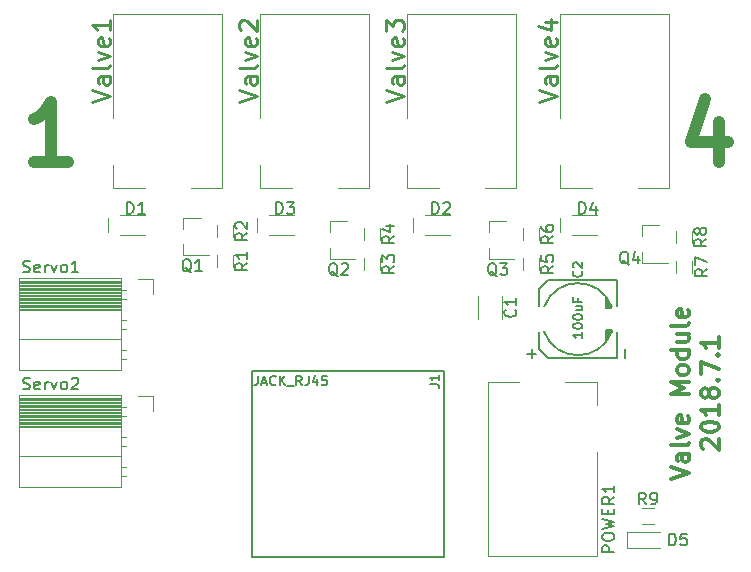
<source format=gbr>
G04 #@! TF.FileFunction,Legend,Top*
%FSLAX46Y46*%
G04 Gerber Fmt 4.6, Leading zero omitted, Abs format (unit mm)*
G04 Created by KiCad (PCBNEW 4.0.7) date 06/27/18 16:09:00*
%MOMM*%
%LPD*%
G01*
G04 APERTURE LIST*
%ADD10C,0.100000*%
%ADD11C,1.016000*%
%ADD12C,0.300000*%
%ADD13C,0.120000*%
%ADD14C,0.149860*%
%ADD15C,0.150000*%
%ADD16C,0.254000*%
G04 APERTURE END LIST*
D10*
D11*
X84787620Y-34471429D02*
X84787620Y-37858095D01*
X83578096Y-32536190D02*
X82368572Y-36164762D01*
X85513334Y-36164762D01*
X29645429Y-37858095D02*
X26742572Y-37858095D01*
X28194001Y-37858095D02*
X28194001Y-32778095D01*
X27710191Y-33503810D01*
X27226382Y-33987619D01*
X26742572Y-34229524D01*
D12*
X80707571Y-64689714D02*
X82207571Y-64189714D01*
X80707571Y-63689714D01*
X82207571Y-62546857D02*
X81421857Y-62546857D01*
X81279000Y-62618286D01*
X81207571Y-62761143D01*
X81207571Y-63046857D01*
X81279000Y-63189714D01*
X82136143Y-62546857D02*
X82207571Y-62689714D01*
X82207571Y-63046857D01*
X82136143Y-63189714D01*
X81993286Y-63261143D01*
X81850429Y-63261143D01*
X81707571Y-63189714D01*
X81636143Y-63046857D01*
X81636143Y-62689714D01*
X81564714Y-62546857D01*
X82207571Y-61618285D02*
X82136143Y-61761143D01*
X81993286Y-61832571D01*
X80707571Y-61832571D01*
X81207571Y-61189714D02*
X82207571Y-60832571D01*
X81207571Y-60475429D01*
X82136143Y-59332572D02*
X82207571Y-59475429D01*
X82207571Y-59761143D01*
X82136143Y-59904000D01*
X81993286Y-59975429D01*
X81421857Y-59975429D01*
X81279000Y-59904000D01*
X81207571Y-59761143D01*
X81207571Y-59475429D01*
X81279000Y-59332572D01*
X81421857Y-59261143D01*
X81564714Y-59261143D01*
X81707571Y-59975429D01*
X82207571Y-57475429D02*
X80707571Y-57475429D01*
X81779000Y-56975429D01*
X80707571Y-56475429D01*
X82207571Y-56475429D01*
X82207571Y-55546857D02*
X82136143Y-55689715D01*
X82064714Y-55761143D01*
X81921857Y-55832572D01*
X81493286Y-55832572D01*
X81350429Y-55761143D01*
X81279000Y-55689715D01*
X81207571Y-55546857D01*
X81207571Y-55332572D01*
X81279000Y-55189715D01*
X81350429Y-55118286D01*
X81493286Y-55046857D01*
X81921857Y-55046857D01*
X82064714Y-55118286D01*
X82136143Y-55189715D01*
X82207571Y-55332572D01*
X82207571Y-55546857D01*
X82207571Y-53761143D02*
X80707571Y-53761143D01*
X82136143Y-53761143D02*
X82207571Y-53904000D01*
X82207571Y-54189714D01*
X82136143Y-54332572D01*
X82064714Y-54404000D01*
X81921857Y-54475429D01*
X81493286Y-54475429D01*
X81350429Y-54404000D01*
X81279000Y-54332572D01*
X81207571Y-54189714D01*
X81207571Y-53904000D01*
X81279000Y-53761143D01*
X81207571Y-52404000D02*
X82207571Y-52404000D01*
X81207571Y-53046857D02*
X81993286Y-53046857D01*
X82136143Y-52975429D01*
X82207571Y-52832571D01*
X82207571Y-52618286D01*
X82136143Y-52475429D01*
X82064714Y-52404000D01*
X82207571Y-51475428D02*
X82136143Y-51618286D01*
X81993286Y-51689714D01*
X80707571Y-51689714D01*
X82136143Y-50332572D02*
X82207571Y-50475429D01*
X82207571Y-50761143D01*
X82136143Y-50904000D01*
X81993286Y-50975429D01*
X81421857Y-50975429D01*
X81279000Y-50904000D01*
X81207571Y-50761143D01*
X81207571Y-50475429D01*
X81279000Y-50332572D01*
X81421857Y-50261143D01*
X81564714Y-50261143D01*
X81707571Y-50975429D01*
X83400429Y-62118285D02*
X83329000Y-62046856D01*
X83257571Y-61903999D01*
X83257571Y-61546856D01*
X83329000Y-61403999D01*
X83400429Y-61332570D01*
X83543286Y-61261142D01*
X83686143Y-61261142D01*
X83900429Y-61332570D01*
X84757571Y-62189713D01*
X84757571Y-61261142D01*
X83257571Y-60332571D02*
X83257571Y-60189714D01*
X83329000Y-60046857D01*
X83400429Y-59975428D01*
X83543286Y-59903999D01*
X83829000Y-59832571D01*
X84186143Y-59832571D01*
X84471857Y-59903999D01*
X84614714Y-59975428D01*
X84686143Y-60046857D01*
X84757571Y-60189714D01*
X84757571Y-60332571D01*
X84686143Y-60475428D01*
X84614714Y-60546857D01*
X84471857Y-60618285D01*
X84186143Y-60689714D01*
X83829000Y-60689714D01*
X83543286Y-60618285D01*
X83400429Y-60546857D01*
X83329000Y-60475428D01*
X83257571Y-60332571D01*
X84757571Y-58404000D02*
X84757571Y-59261143D01*
X84757571Y-58832571D02*
X83257571Y-58832571D01*
X83471857Y-58975428D01*
X83614714Y-59118286D01*
X83686143Y-59261143D01*
X83900429Y-57546857D02*
X83829000Y-57689715D01*
X83757571Y-57761143D01*
X83614714Y-57832572D01*
X83543286Y-57832572D01*
X83400429Y-57761143D01*
X83329000Y-57689715D01*
X83257571Y-57546857D01*
X83257571Y-57261143D01*
X83329000Y-57118286D01*
X83400429Y-57046857D01*
X83543286Y-56975429D01*
X83614714Y-56975429D01*
X83757571Y-57046857D01*
X83829000Y-57118286D01*
X83900429Y-57261143D01*
X83900429Y-57546857D01*
X83971857Y-57689715D01*
X84043286Y-57761143D01*
X84186143Y-57832572D01*
X84471857Y-57832572D01*
X84614714Y-57761143D01*
X84686143Y-57689715D01*
X84757571Y-57546857D01*
X84757571Y-57261143D01*
X84686143Y-57118286D01*
X84614714Y-57046857D01*
X84471857Y-56975429D01*
X84186143Y-56975429D01*
X84043286Y-57046857D01*
X83971857Y-57118286D01*
X83900429Y-57261143D01*
X84614714Y-56332572D02*
X84686143Y-56261144D01*
X84757571Y-56332572D01*
X84686143Y-56404001D01*
X84614714Y-56332572D01*
X84757571Y-56332572D01*
X83257571Y-55761143D02*
X83257571Y-54761143D01*
X84757571Y-55404000D01*
X84614714Y-54189715D02*
X84686143Y-54118287D01*
X84757571Y-54189715D01*
X84686143Y-54261144D01*
X84614714Y-54189715D01*
X84757571Y-54189715D01*
X84757571Y-52689715D02*
X84757571Y-53546858D01*
X84757571Y-53118286D02*
X83257571Y-53118286D01*
X83471857Y-53261143D01*
X83614714Y-53404001D01*
X83686143Y-53546858D01*
D13*
X66425000Y-51165000D02*
X66425000Y-49165000D01*
X64385000Y-49165000D02*
X64385000Y-51165000D01*
D14*
X75692000Y-52197000D02*
X75692000Y-52070000D01*
X75666600Y-50190400D02*
X75666600Y-50088800D01*
X75668682Y-50068967D02*
G75*
G03X69977000Y-50063400I-2846882J-1061233D01*
G01*
X69955749Y-52208096D02*
G75*
G03X75692000Y-52197000I2866051J1077896D01*
G01*
X75615800Y-49961800D02*
X75615800Y-50190400D01*
X75488800Y-49707800D02*
X75488800Y-50190400D01*
X75361800Y-49504600D02*
X75361800Y-50190400D01*
X75234800Y-49326800D02*
X75234800Y-50190400D01*
X75234800Y-50190400D02*
X75666600Y-50190400D01*
X75234800Y-52070000D02*
X75692000Y-52070000D01*
X75615800Y-52349400D02*
X75615800Y-52070000D01*
X75488800Y-52603400D02*
X75488800Y-52070000D01*
X75361800Y-52806600D02*
X75361800Y-52070000D01*
X75234800Y-52984400D02*
X75234800Y-52070000D01*
X76123800Y-54432200D02*
X76123800Y-52247800D01*
X76123800Y-47828200D02*
X76123800Y-50012600D01*
X69519800Y-53670200D02*
X69519800Y-52247800D01*
X69519800Y-49987200D02*
X69519800Y-48590200D01*
X76784200Y-54432200D02*
X76784200Y-53670200D01*
X76123800Y-47828200D02*
X70281800Y-47828200D01*
X70281800Y-47828200D02*
X69519800Y-48590200D01*
X69519800Y-53670200D02*
X70281800Y-54432200D01*
X70281800Y-54432200D02*
X76123800Y-54432200D01*
X68554600Y-54076600D02*
X69316600Y-54076600D01*
X68935600Y-54432200D02*
X68935600Y-53670200D01*
D13*
X33064000Y-42610000D02*
X33064000Y-43750000D01*
X34080000Y-44004000D02*
X36180000Y-44004000D01*
X34080000Y-42356000D02*
X36180000Y-42356000D01*
X58898000Y-42610000D02*
X58898000Y-43750000D01*
X59914000Y-44004000D02*
X62014000Y-44004000D01*
X59914000Y-42356000D02*
X62014000Y-42356000D01*
X45690000Y-42610000D02*
X45690000Y-43750000D01*
X46706000Y-44004000D02*
X48806000Y-44004000D01*
X46706000Y-42356000D02*
X48806000Y-42356000D01*
X71344000Y-42610000D02*
X71344000Y-43750000D01*
X72360000Y-44004000D02*
X74460000Y-44004000D01*
X72360000Y-42356000D02*
X74460000Y-42356000D01*
D14*
X45210000Y-71320000D02*
X45210000Y-55570000D01*
X45210000Y-55570000D02*
X61470000Y-55570000D01*
X61470000Y-55570000D02*
X61470000Y-71320000D01*
X61470000Y-71320000D02*
X45210000Y-71320000D01*
D13*
X34100000Y-47692000D02*
X34100000Y-50292000D01*
X34100000Y-50292000D02*
X25470000Y-50292000D01*
X25470000Y-50292000D02*
X25470000Y-47692000D01*
X25470000Y-47692000D02*
X34100000Y-47692000D01*
X34530000Y-48642000D02*
X34100000Y-48642000D01*
X34530000Y-49402000D02*
X34100000Y-49402000D01*
X34100000Y-47872000D02*
X25470000Y-47872000D01*
X34100000Y-47992000D02*
X25470000Y-47992000D01*
X34100000Y-48112000D02*
X25470000Y-48112000D01*
X34100000Y-48232000D02*
X25470000Y-48232000D01*
X34100000Y-48352000D02*
X25470000Y-48352000D01*
X34100000Y-48472000D02*
X25470000Y-48472000D01*
X34100000Y-48592000D02*
X25470000Y-48592000D01*
X34100000Y-48712000D02*
X25470000Y-48712000D01*
X34100000Y-48832000D02*
X25470000Y-48832000D01*
X34100000Y-48952000D02*
X25470000Y-48952000D01*
X34100000Y-49072000D02*
X25470000Y-49072000D01*
X34100000Y-49192000D02*
X25470000Y-49192000D01*
X34100000Y-49312000D02*
X25470000Y-49312000D01*
X34100000Y-49432000D02*
X25470000Y-49432000D01*
X34100000Y-49552000D02*
X25470000Y-49552000D01*
X34100000Y-49672000D02*
X25470000Y-49672000D01*
X34100000Y-49792000D02*
X25470000Y-49792000D01*
X34100000Y-49912000D02*
X25470000Y-49912000D01*
X34100000Y-50032000D02*
X25470000Y-50032000D01*
X34100000Y-50152000D02*
X25470000Y-50152000D01*
X34100000Y-50272000D02*
X25470000Y-50272000D01*
X34100000Y-50392000D02*
X25470000Y-50392000D01*
X34100000Y-50292000D02*
X34100000Y-52832000D01*
X34100000Y-52832000D02*
X25470000Y-52832000D01*
X25470000Y-52832000D02*
X25470000Y-50292000D01*
X25470000Y-50292000D02*
X34100000Y-50292000D01*
X34530000Y-51182000D02*
X34100000Y-51182000D01*
X34530000Y-51942000D02*
X34100000Y-51942000D01*
X34100000Y-52832000D02*
X34100000Y-55432000D01*
X34100000Y-55432000D02*
X25470000Y-55432000D01*
X25470000Y-55432000D02*
X25470000Y-52832000D01*
X25470000Y-52832000D02*
X34100000Y-52832000D01*
X34530000Y-53722000D02*
X34100000Y-53722000D01*
X34530000Y-54482000D02*
X34100000Y-54482000D01*
X35560000Y-47752000D02*
X36830000Y-47752000D01*
X36830000Y-47752000D02*
X36830000Y-49022000D01*
X34100000Y-57598000D02*
X34100000Y-60198000D01*
X34100000Y-60198000D02*
X25470000Y-60198000D01*
X25470000Y-60198000D02*
X25470000Y-57598000D01*
X25470000Y-57598000D02*
X34100000Y-57598000D01*
X34530000Y-58548000D02*
X34100000Y-58548000D01*
X34530000Y-59308000D02*
X34100000Y-59308000D01*
X34100000Y-57778000D02*
X25470000Y-57778000D01*
X34100000Y-57898000D02*
X25470000Y-57898000D01*
X34100000Y-58018000D02*
X25470000Y-58018000D01*
X34100000Y-58138000D02*
X25470000Y-58138000D01*
X34100000Y-58258000D02*
X25470000Y-58258000D01*
X34100000Y-58378000D02*
X25470000Y-58378000D01*
X34100000Y-58498000D02*
X25470000Y-58498000D01*
X34100000Y-58618000D02*
X25470000Y-58618000D01*
X34100000Y-58738000D02*
X25470000Y-58738000D01*
X34100000Y-58858000D02*
X25470000Y-58858000D01*
X34100000Y-58978000D02*
X25470000Y-58978000D01*
X34100000Y-59098000D02*
X25470000Y-59098000D01*
X34100000Y-59218000D02*
X25470000Y-59218000D01*
X34100000Y-59338000D02*
X25470000Y-59338000D01*
X34100000Y-59458000D02*
X25470000Y-59458000D01*
X34100000Y-59578000D02*
X25470000Y-59578000D01*
X34100000Y-59698000D02*
X25470000Y-59698000D01*
X34100000Y-59818000D02*
X25470000Y-59818000D01*
X34100000Y-59938000D02*
X25470000Y-59938000D01*
X34100000Y-60058000D02*
X25470000Y-60058000D01*
X34100000Y-60178000D02*
X25470000Y-60178000D01*
X34100000Y-60298000D02*
X25470000Y-60298000D01*
X34100000Y-60198000D02*
X34100000Y-62738000D01*
X34100000Y-62738000D02*
X25470000Y-62738000D01*
X25470000Y-62738000D02*
X25470000Y-60198000D01*
X25470000Y-60198000D02*
X34100000Y-60198000D01*
X34530000Y-61088000D02*
X34100000Y-61088000D01*
X34530000Y-61848000D02*
X34100000Y-61848000D01*
X34100000Y-62738000D02*
X34100000Y-65338000D01*
X34100000Y-65338000D02*
X25470000Y-65338000D01*
X25470000Y-65338000D02*
X25470000Y-62738000D01*
X25470000Y-62738000D02*
X34100000Y-62738000D01*
X34530000Y-63628000D02*
X34100000Y-63628000D01*
X34530000Y-64388000D02*
X34100000Y-64388000D01*
X35560000Y-57658000D02*
X36830000Y-57658000D01*
X36830000Y-57658000D02*
X36830000Y-58928000D01*
X39420000Y-42550000D02*
X39420000Y-43480000D01*
X39420000Y-45710000D02*
X39420000Y-44780000D01*
X39420000Y-45710000D02*
X41580000Y-45710000D01*
X39420000Y-42550000D02*
X40880000Y-42550000D01*
X51818000Y-42870000D02*
X51818000Y-43800000D01*
X51818000Y-46030000D02*
X51818000Y-45100000D01*
X51818000Y-46030000D02*
X53978000Y-46030000D01*
X51818000Y-42870000D02*
X53278000Y-42870000D01*
X65280000Y-42870000D02*
X65280000Y-43800000D01*
X65280000Y-46030000D02*
X65280000Y-45100000D01*
X65280000Y-46030000D02*
X67440000Y-46030000D01*
X65280000Y-42870000D02*
X66740000Y-42870000D01*
X78250000Y-43190000D02*
X78250000Y-44120000D01*
X78250000Y-46350000D02*
X78250000Y-45420000D01*
X78250000Y-46350000D02*
X80410000Y-46350000D01*
X78250000Y-43190000D02*
X79710000Y-43190000D01*
X76940000Y-69150000D02*
X76940000Y-70550000D01*
X76940000Y-70550000D02*
X79740000Y-70550000D01*
X76940000Y-69150000D02*
X79740000Y-69150000D01*
X42246000Y-46728000D02*
X42246000Y-45728000D01*
X43606000Y-45728000D02*
X43606000Y-46728000D01*
X42246000Y-44188000D02*
X42246000Y-43188000D01*
X43606000Y-43188000D02*
X43606000Y-44188000D01*
X54692000Y-46982000D02*
X54692000Y-45982000D01*
X56052000Y-45982000D02*
X56052000Y-46982000D01*
X54692000Y-44442000D02*
X54692000Y-43442000D01*
X56052000Y-43442000D02*
X56052000Y-44442000D01*
X68154000Y-46982000D02*
X68154000Y-45982000D01*
X69514000Y-45982000D02*
X69514000Y-46982000D01*
X68154000Y-44442000D02*
X68154000Y-43442000D01*
X69514000Y-43442000D02*
X69514000Y-44442000D01*
X81108000Y-47236000D02*
X81108000Y-46236000D01*
X82468000Y-46236000D02*
X82468000Y-47236000D01*
X81108000Y-44696000D02*
X81108000Y-43696000D01*
X82468000Y-43696000D02*
X82468000Y-44696000D01*
X79240000Y-68498000D02*
X78240000Y-68498000D01*
X78240000Y-67138000D02*
X79240000Y-67138000D01*
X74450000Y-62404000D02*
X74450000Y-71204000D01*
X74450000Y-71204000D02*
X65250000Y-71204000D01*
X71750000Y-56504000D02*
X74450000Y-56504000D01*
X74450000Y-56504000D02*
X74450000Y-58404000D01*
X65250000Y-71204000D02*
X65250000Y-56504000D01*
X65250000Y-56504000D02*
X67850000Y-56504000D01*
X33500000Y-34116000D02*
X33500000Y-25316000D01*
X33500000Y-25316000D02*
X42700000Y-25316000D01*
X36200000Y-40016000D02*
X33500000Y-40016000D01*
X33500000Y-40016000D02*
X33500000Y-38116000D01*
X42700000Y-25316000D02*
X42700000Y-40016000D01*
X42700000Y-40016000D02*
X40100000Y-40016000D01*
X45946000Y-34116000D02*
X45946000Y-25316000D01*
X45946000Y-25316000D02*
X55146000Y-25316000D01*
X48646000Y-40016000D02*
X45946000Y-40016000D01*
X45946000Y-40016000D02*
X45946000Y-38116000D01*
X55146000Y-25316000D02*
X55146000Y-40016000D01*
X55146000Y-40016000D02*
X52546000Y-40016000D01*
X58392000Y-34116000D02*
X58392000Y-25316000D01*
X58392000Y-25316000D02*
X67592000Y-25316000D01*
X61092000Y-40016000D02*
X58392000Y-40016000D01*
X58392000Y-40016000D02*
X58392000Y-38116000D01*
X67592000Y-25316000D02*
X67592000Y-40016000D01*
X67592000Y-40016000D02*
X64992000Y-40016000D01*
X71346000Y-34116000D02*
X71346000Y-25316000D01*
X71346000Y-25316000D02*
X80546000Y-25316000D01*
X74046000Y-40016000D02*
X71346000Y-40016000D01*
X71346000Y-40016000D02*
X71346000Y-38116000D01*
X80546000Y-25316000D02*
X80546000Y-40016000D01*
X80546000Y-40016000D02*
X77946000Y-40016000D01*
D15*
X67512143Y-50331666D02*
X67559762Y-50379285D01*
X67607381Y-50522142D01*
X67607381Y-50617380D01*
X67559762Y-50760238D01*
X67464524Y-50855476D01*
X67369286Y-50903095D01*
X67178810Y-50950714D01*
X67035952Y-50950714D01*
X66845476Y-50903095D01*
X66750238Y-50855476D01*
X66655000Y-50760238D01*
X66607381Y-50617380D01*
X66607381Y-50522142D01*
X66655000Y-50379285D01*
X66702619Y-50331666D01*
X67607381Y-49379285D02*
X67607381Y-49950714D01*
X67607381Y-49665000D02*
X66607381Y-49665000D01*
X66750238Y-49760238D01*
X66845476Y-49855476D01*
X66893095Y-49950714D01*
X73132914Y-47072533D02*
X73171010Y-47110628D01*
X73209105Y-47224914D01*
X73209105Y-47301104D01*
X73171010Y-47415390D01*
X73094819Y-47491581D01*
X73018629Y-47529676D01*
X72866248Y-47567771D01*
X72751962Y-47567771D01*
X72599581Y-47529676D01*
X72523390Y-47491581D01*
X72447200Y-47415390D01*
X72409105Y-47301104D01*
X72409105Y-47224914D01*
X72447200Y-47110628D01*
X72485295Y-47072533D01*
X72485295Y-46767771D02*
X72447200Y-46729676D01*
X72409105Y-46653485D01*
X72409105Y-46463009D01*
X72447200Y-46386819D01*
X72485295Y-46348723D01*
X72561486Y-46310628D01*
X72637676Y-46310628D01*
X72751962Y-46348723D01*
X73209105Y-46805866D01*
X73209105Y-46310628D01*
X73209105Y-52241295D02*
X73209105Y-52698438D01*
X73209105Y-52469867D02*
X72409105Y-52469867D01*
X72523390Y-52546057D01*
X72599581Y-52622248D01*
X72637676Y-52698438D01*
X72409105Y-51746057D02*
X72409105Y-51669866D01*
X72447200Y-51593676D01*
X72485295Y-51555581D01*
X72561486Y-51517485D01*
X72713867Y-51479390D01*
X72904343Y-51479390D01*
X73056724Y-51517485D01*
X73132914Y-51555581D01*
X73171010Y-51593676D01*
X73209105Y-51669866D01*
X73209105Y-51746057D01*
X73171010Y-51822247D01*
X73132914Y-51860343D01*
X73056724Y-51898438D01*
X72904343Y-51936533D01*
X72713867Y-51936533D01*
X72561486Y-51898438D01*
X72485295Y-51860343D01*
X72447200Y-51822247D01*
X72409105Y-51746057D01*
X72409105Y-50984152D02*
X72409105Y-50907961D01*
X72447200Y-50831771D01*
X72485295Y-50793676D01*
X72561486Y-50755580D01*
X72713867Y-50717485D01*
X72904343Y-50717485D01*
X73056724Y-50755580D01*
X73132914Y-50793676D01*
X73171010Y-50831771D01*
X73209105Y-50907961D01*
X73209105Y-50984152D01*
X73171010Y-51060342D01*
X73132914Y-51098438D01*
X73056724Y-51136533D01*
X72904343Y-51174628D01*
X72713867Y-51174628D01*
X72561486Y-51136533D01*
X72485295Y-51098438D01*
X72447200Y-51060342D01*
X72409105Y-50984152D01*
X72675771Y-50031771D02*
X73209105Y-50031771D01*
X72675771Y-50374628D02*
X73094819Y-50374628D01*
X73171010Y-50336533D01*
X73209105Y-50260342D01*
X73209105Y-50146056D01*
X73171010Y-50069866D01*
X73132914Y-50031771D01*
X72790057Y-49384151D02*
X72790057Y-49650818D01*
X73209105Y-49650818D02*
X72409105Y-49650818D01*
X72409105Y-49269865D01*
X34641905Y-42232381D02*
X34641905Y-41232381D01*
X34880000Y-41232381D01*
X35022858Y-41280000D01*
X35118096Y-41375238D01*
X35165715Y-41470476D01*
X35213334Y-41660952D01*
X35213334Y-41803810D01*
X35165715Y-41994286D01*
X35118096Y-42089524D01*
X35022858Y-42184762D01*
X34880000Y-42232381D01*
X34641905Y-42232381D01*
X36165715Y-42232381D02*
X35594286Y-42232381D01*
X35880000Y-42232381D02*
X35880000Y-41232381D01*
X35784762Y-41375238D01*
X35689524Y-41470476D01*
X35594286Y-41518095D01*
X60475905Y-42232381D02*
X60475905Y-41232381D01*
X60714000Y-41232381D01*
X60856858Y-41280000D01*
X60952096Y-41375238D01*
X60999715Y-41470476D01*
X61047334Y-41660952D01*
X61047334Y-41803810D01*
X60999715Y-41994286D01*
X60952096Y-42089524D01*
X60856858Y-42184762D01*
X60714000Y-42232381D01*
X60475905Y-42232381D01*
X61428286Y-41327619D02*
X61475905Y-41280000D01*
X61571143Y-41232381D01*
X61809239Y-41232381D01*
X61904477Y-41280000D01*
X61952096Y-41327619D01*
X61999715Y-41422857D01*
X61999715Y-41518095D01*
X61952096Y-41660952D01*
X61380667Y-42232381D01*
X61999715Y-42232381D01*
X47267905Y-42232381D02*
X47267905Y-41232381D01*
X47506000Y-41232381D01*
X47648858Y-41280000D01*
X47744096Y-41375238D01*
X47791715Y-41470476D01*
X47839334Y-41660952D01*
X47839334Y-41803810D01*
X47791715Y-41994286D01*
X47744096Y-42089524D01*
X47648858Y-42184762D01*
X47506000Y-42232381D01*
X47267905Y-42232381D01*
X48172667Y-41232381D02*
X48791715Y-41232381D01*
X48458381Y-41613333D01*
X48601239Y-41613333D01*
X48696477Y-41660952D01*
X48744096Y-41708571D01*
X48791715Y-41803810D01*
X48791715Y-42041905D01*
X48744096Y-42137143D01*
X48696477Y-42184762D01*
X48601239Y-42232381D01*
X48315524Y-42232381D01*
X48220286Y-42184762D01*
X48172667Y-42137143D01*
X72921905Y-42232381D02*
X72921905Y-41232381D01*
X73160000Y-41232381D01*
X73302858Y-41280000D01*
X73398096Y-41375238D01*
X73445715Y-41470476D01*
X73493334Y-41660952D01*
X73493334Y-41803810D01*
X73445715Y-41994286D01*
X73398096Y-42089524D01*
X73302858Y-42184762D01*
X73160000Y-42232381D01*
X72921905Y-42232381D01*
X74350477Y-41565714D02*
X74350477Y-42232381D01*
X74112381Y-41184762D02*
X73874286Y-41899048D01*
X74493334Y-41899048D01*
X60267905Y-56654666D02*
X60839333Y-56654666D01*
X60953619Y-56692762D01*
X61029810Y-56768952D01*
X61067905Y-56883238D01*
X61067905Y-56959428D01*
X61067905Y-55854666D02*
X61067905Y-56311809D01*
X61067905Y-56083238D02*
X60267905Y-56083238D01*
X60382190Y-56159428D01*
X60458381Y-56235619D01*
X60496476Y-56311809D01*
X45714000Y-55949905D02*
X45714000Y-56521333D01*
X45675904Y-56635619D01*
X45599714Y-56711810D01*
X45485428Y-56749905D01*
X45409238Y-56749905D01*
X46056857Y-56521333D02*
X46437809Y-56521333D01*
X45980666Y-56749905D02*
X46247333Y-55949905D01*
X46514000Y-56749905D01*
X47237809Y-56673714D02*
X47199714Y-56711810D01*
X47085428Y-56749905D01*
X47009238Y-56749905D01*
X46894952Y-56711810D01*
X46818761Y-56635619D01*
X46780666Y-56559429D01*
X46742571Y-56407048D01*
X46742571Y-56292762D01*
X46780666Y-56140381D01*
X46818761Y-56064190D01*
X46894952Y-55988000D01*
X47009238Y-55949905D01*
X47085428Y-55949905D01*
X47199714Y-55988000D01*
X47237809Y-56026095D01*
X47580666Y-56749905D02*
X47580666Y-55949905D01*
X48037809Y-56749905D02*
X47694952Y-56292762D01*
X48037809Y-55949905D02*
X47580666Y-56407048D01*
X48190190Y-56826095D02*
X48799714Y-56826095D01*
X49447333Y-56749905D02*
X49180666Y-56368952D01*
X48990190Y-56749905D02*
X48990190Y-55949905D01*
X49294952Y-55949905D01*
X49371143Y-55988000D01*
X49409238Y-56026095D01*
X49447333Y-56102286D01*
X49447333Y-56216571D01*
X49409238Y-56292762D01*
X49371143Y-56330857D01*
X49294952Y-56368952D01*
X48990190Y-56368952D01*
X50018762Y-55949905D02*
X50018762Y-56521333D01*
X49980666Y-56635619D01*
X49904476Y-56711810D01*
X49790190Y-56749905D01*
X49714000Y-56749905D01*
X50742571Y-56216571D02*
X50742571Y-56749905D01*
X50552095Y-55911810D02*
X50361619Y-56483238D01*
X50856857Y-56483238D01*
X51542572Y-55949905D02*
X51161619Y-55949905D01*
X51123524Y-56330857D01*
X51161619Y-56292762D01*
X51237810Y-56254667D01*
X51428286Y-56254667D01*
X51504476Y-56292762D01*
X51542572Y-56330857D01*
X51580667Y-56407048D01*
X51580667Y-56597524D01*
X51542572Y-56673714D01*
X51504476Y-56711810D01*
X51428286Y-56749905D01*
X51237810Y-56749905D01*
X51161619Y-56711810D01*
X51123524Y-56673714D01*
X25860666Y-47140762D02*
X26003523Y-47188381D01*
X26241619Y-47188381D01*
X26336857Y-47140762D01*
X26384476Y-47093143D01*
X26432095Y-46997905D01*
X26432095Y-46902667D01*
X26384476Y-46807429D01*
X26336857Y-46759810D01*
X26241619Y-46712190D01*
X26051142Y-46664571D01*
X25955904Y-46616952D01*
X25908285Y-46569333D01*
X25860666Y-46474095D01*
X25860666Y-46378857D01*
X25908285Y-46283619D01*
X25955904Y-46236000D01*
X26051142Y-46188381D01*
X26289238Y-46188381D01*
X26432095Y-46236000D01*
X27241619Y-47140762D02*
X27146381Y-47188381D01*
X26955904Y-47188381D01*
X26860666Y-47140762D01*
X26813047Y-47045524D01*
X26813047Y-46664571D01*
X26860666Y-46569333D01*
X26955904Y-46521714D01*
X27146381Y-46521714D01*
X27241619Y-46569333D01*
X27289238Y-46664571D01*
X27289238Y-46759810D01*
X26813047Y-46855048D01*
X27717809Y-47188381D02*
X27717809Y-46521714D01*
X27717809Y-46712190D02*
X27765428Y-46616952D01*
X27813047Y-46569333D01*
X27908285Y-46521714D01*
X28003524Y-46521714D01*
X28241619Y-46521714D02*
X28479714Y-47188381D01*
X28717810Y-46521714D01*
X29241619Y-47188381D02*
X29146381Y-47140762D01*
X29098762Y-47093143D01*
X29051143Y-46997905D01*
X29051143Y-46712190D01*
X29098762Y-46616952D01*
X29146381Y-46569333D01*
X29241619Y-46521714D01*
X29384477Y-46521714D01*
X29479715Y-46569333D01*
X29527334Y-46616952D01*
X29574953Y-46712190D01*
X29574953Y-46997905D01*
X29527334Y-47093143D01*
X29479715Y-47140762D01*
X29384477Y-47188381D01*
X29241619Y-47188381D01*
X30527334Y-47188381D02*
X29955905Y-47188381D01*
X30241619Y-47188381D02*
X30241619Y-46188381D01*
X30146381Y-46331238D01*
X30051143Y-46426476D01*
X29955905Y-46474095D01*
X25860666Y-57046762D02*
X26003523Y-57094381D01*
X26241619Y-57094381D01*
X26336857Y-57046762D01*
X26384476Y-56999143D01*
X26432095Y-56903905D01*
X26432095Y-56808667D01*
X26384476Y-56713429D01*
X26336857Y-56665810D01*
X26241619Y-56618190D01*
X26051142Y-56570571D01*
X25955904Y-56522952D01*
X25908285Y-56475333D01*
X25860666Y-56380095D01*
X25860666Y-56284857D01*
X25908285Y-56189619D01*
X25955904Y-56142000D01*
X26051142Y-56094381D01*
X26289238Y-56094381D01*
X26432095Y-56142000D01*
X27241619Y-57046762D02*
X27146381Y-57094381D01*
X26955904Y-57094381D01*
X26860666Y-57046762D01*
X26813047Y-56951524D01*
X26813047Y-56570571D01*
X26860666Y-56475333D01*
X26955904Y-56427714D01*
X27146381Y-56427714D01*
X27241619Y-56475333D01*
X27289238Y-56570571D01*
X27289238Y-56665810D01*
X26813047Y-56761048D01*
X27717809Y-57094381D02*
X27717809Y-56427714D01*
X27717809Y-56618190D02*
X27765428Y-56522952D01*
X27813047Y-56475333D01*
X27908285Y-56427714D01*
X28003524Y-56427714D01*
X28241619Y-56427714D02*
X28479714Y-57094381D01*
X28717810Y-56427714D01*
X29241619Y-57094381D02*
X29146381Y-57046762D01*
X29098762Y-56999143D01*
X29051143Y-56903905D01*
X29051143Y-56618190D01*
X29098762Y-56522952D01*
X29146381Y-56475333D01*
X29241619Y-56427714D01*
X29384477Y-56427714D01*
X29479715Y-56475333D01*
X29527334Y-56522952D01*
X29574953Y-56618190D01*
X29574953Y-56903905D01*
X29527334Y-56999143D01*
X29479715Y-57046762D01*
X29384477Y-57094381D01*
X29241619Y-57094381D01*
X29955905Y-56189619D02*
X30003524Y-56142000D01*
X30098762Y-56094381D01*
X30336858Y-56094381D01*
X30432096Y-56142000D01*
X30479715Y-56189619D01*
X30527334Y-56284857D01*
X30527334Y-56380095D01*
X30479715Y-56522952D01*
X29908286Y-57094381D01*
X30527334Y-57094381D01*
X40084762Y-47177619D02*
X39989524Y-47130000D01*
X39894286Y-47034762D01*
X39751429Y-46891905D01*
X39656190Y-46844286D01*
X39560952Y-46844286D01*
X39608571Y-47082381D02*
X39513333Y-47034762D01*
X39418095Y-46939524D01*
X39370476Y-46749048D01*
X39370476Y-46415714D01*
X39418095Y-46225238D01*
X39513333Y-46130000D01*
X39608571Y-46082381D01*
X39799048Y-46082381D01*
X39894286Y-46130000D01*
X39989524Y-46225238D01*
X40037143Y-46415714D01*
X40037143Y-46749048D01*
X39989524Y-46939524D01*
X39894286Y-47034762D01*
X39799048Y-47082381D01*
X39608571Y-47082381D01*
X40989524Y-47082381D02*
X40418095Y-47082381D01*
X40703809Y-47082381D02*
X40703809Y-46082381D01*
X40608571Y-46225238D01*
X40513333Y-46320476D01*
X40418095Y-46368095D01*
X52482762Y-47497619D02*
X52387524Y-47450000D01*
X52292286Y-47354762D01*
X52149429Y-47211905D01*
X52054190Y-47164286D01*
X51958952Y-47164286D01*
X52006571Y-47402381D02*
X51911333Y-47354762D01*
X51816095Y-47259524D01*
X51768476Y-47069048D01*
X51768476Y-46735714D01*
X51816095Y-46545238D01*
X51911333Y-46450000D01*
X52006571Y-46402381D01*
X52197048Y-46402381D01*
X52292286Y-46450000D01*
X52387524Y-46545238D01*
X52435143Y-46735714D01*
X52435143Y-47069048D01*
X52387524Y-47259524D01*
X52292286Y-47354762D01*
X52197048Y-47402381D01*
X52006571Y-47402381D01*
X52816095Y-46497619D02*
X52863714Y-46450000D01*
X52958952Y-46402381D01*
X53197048Y-46402381D01*
X53292286Y-46450000D01*
X53339905Y-46497619D01*
X53387524Y-46592857D01*
X53387524Y-46688095D01*
X53339905Y-46830952D01*
X52768476Y-47402381D01*
X53387524Y-47402381D01*
X65944762Y-47497619D02*
X65849524Y-47450000D01*
X65754286Y-47354762D01*
X65611429Y-47211905D01*
X65516190Y-47164286D01*
X65420952Y-47164286D01*
X65468571Y-47402381D02*
X65373333Y-47354762D01*
X65278095Y-47259524D01*
X65230476Y-47069048D01*
X65230476Y-46735714D01*
X65278095Y-46545238D01*
X65373333Y-46450000D01*
X65468571Y-46402381D01*
X65659048Y-46402381D01*
X65754286Y-46450000D01*
X65849524Y-46545238D01*
X65897143Y-46735714D01*
X65897143Y-47069048D01*
X65849524Y-47259524D01*
X65754286Y-47354762D01*
X65659048Y-47402381D01*
X65468571Y-47402381D01*
X66230476Y-46402381D02*
X66849524Y-46402381D01*
X66516190Y-46783333D01*
X66659048Y-46783333D01*
X66754286Y-46830952D01*
X66801905Y-46878571D01*
X66849524Y-46973810D01*
X66849524Y-47211905D01*
X66801905Y-47307143D01*
X66754286Y-47354762D01*
X66659048Y-47402381D01*
X66373333Y-47402381D01*
X66278095Y-47354762D01*
X66230476Y-47307143D01*
X77120762Y-46521619D02*
X77025524Y-46474000D01*
X76930286Y-46378762D01*
X76787429Y-46235905D01*
X76692190Y-46188286D01*
X76596952Y-46188286D01*
X76644571Y-46426381D02*
X76549333Y-46378762D01*
X76454095Y-46283524D01*
X76406476Y-46093048D01*
X76406476Y-45759714D01*
X76454095Y-45569238D01*
X76549333Y-45474000D01*
X76644571Y-45426381D01*
X76835048Y-45426381D01*
X76930286Y-45474000D01*
X77025524Y-45569238D01*
X77073143Y-45759714D01*
X77073143Y-46093048D01*
X77025524Y-46283524D01*
X76930286Y-46378762D01*
X76835048Y-46426381D01*
X76644571Y-46426381D01*
X77930286Y-45759714D02*
X77930286Y-46426381D01*
X77692190Y-45378762D02*
X77454095Y-46093048D01*
X78073143Y-46093048D01*
X80541905Y-70302381D02*
X80541905Y-69302381D01*
X80780000Y-69302381D01*
X80922858Y-69350000D01*
X81018096Y-69445238D01*
X81065715Y-69540476D01*
X81113334Y-69730952D01*
X81113334Y-69873810D01*
X81065715Y-70064286D01*
X81018096Y-70159524D01*
X80922858Y-70254762D01*
X80780000Y-70302381D01*
X80541905Y-70302381D01*
X82018096Y-69302381D02*
X81541905Y-69302381D01*
X81494286Y-69778571D01*
X81541905Y-69730952D01*
X81637143Y-69683333D01*
X81875239Y-69683333D01*
X81970477Y-69730952D01*
X82018096Y-69778571D01*
X82065715Y-69873810D01*
X82065715Y-70111905D01*
X82018096Y-70207143D01*
X81970477Y-70254762D01*
X81875239Y-70302381D01*
X81637143Y-70302381D01*
X81541905Y-70254762D01*
X81494286Y-70207143D01*
X44828381Y-46394666D02*
X44352190Y-46728000D01*
X44828381Y-46966095D02*
X43828381Y-46966095D01*
X43828381Y-46585142D01*
X43876000Y-46489904D01*
X43923619Y-46442285D01*
X44018857Y-46394666D01*
X44161714Y-46394666D01*
X44256952Y-46442285D01*
X44304571Y-46489904D01*
X44352190Y-46585142D01*
X44352190Y-46966095D01*
X44828381Y-45442285D02*
X44828381Y-46013714D01*
X44828381Y-45728000D02*
X43828381Y-45728000D01*
X43971238Y-45823238D01*
X44066476Y-45918476D01*
X44114095Y-46013714D01*
X44828381Y-43854666D02*
X44352190Y-44188000D01*
X44828381Y-44426095D02*
X43828381Y-44426095D01*
X43828381Y-44045142D01*
X43876000Y-43949904D01*
X43923619Y-43902285D01*
X44018857Y-43854666D01*
X44161714Y-43854666D01*
X44256952Y-43902285D01*
X44304571Y-43949904D01*
X44352190Y-44045142D01*
X44352190Y-44426095D01*
X43923619Y-43473714D02*
X43876000Y-43426095D01*
X43828381Y-43330857D01*
X43828381Y-43092761D01*
X43876000Y-42997523D01*
X43923619Y-42949904D01*
X44018857Y-42902285D01*
X44114095Y-42902285D01*
X44256952Y-42949904D01*
X44828381Y-43521333D01*
X44828381Y-42902285D01*
X57274381Y-46648666D02*
X56798190Y-46982000D01*
X57274381Y-47220095D02*
X56274381Y-47220095D01*
X56274381Y-46839142D01*
X56322000Y-46743904D01*
X56369619Y-46696285D01*
X56464857Y-46648666D01*
X56607714Y-46648666D01*
X56702952Y-46696285D01*
X56750571Y-46743904D01*
X56798190Y-46839142D01*
X56798190Y-47220095D01*
X56274381Y-46315333D02*
X56274381Y-45696285D01*
X56655333Y-46029619D01*
X56655333Y-45886761D01*
X56702952Y-45791523D01*
X56750571Y-45743904D01*
X56845810Y-45696285D01*
X57083905Y-45696285D01*
X57179143Y-45743904D01*
X57226762Y-45791523D01*
X57274381Y-45886761D01*
X57274381Y-46172476D01*
X57226762Y-46267714D01*
X57179143Y-46315333D01*
X57274381Y-44108666D02*
X56798190Y-44442000D01*
X57274381Y-44680095D02*
X56274381Y-44680095D01*
X56274381Y-44299142D01*
X56322000Y-44203904D01*
X56369619Y-44156285D01*
X56464857Y-44108666D01*
X56607714Y-44108666D01*
X56702952Y-44156285D01*
X56750571Y-44203904D01*
X56798190Y-44299142D01*
X56798190Y-44680095D01*
X56607714Y-43251523D02*
X57274381Y-43251523D01*
X56226762Y-43489619D02*
X56941048Y-43727714D01*
X56941048Y-43108666D01*
X70736381Y-46648666D02*
X70260190Y-46982000D01*
X70736381Y-47220095D02*
X69736381Y-47220095D01*
X69736381Y-46839142D01*
X69784000Y-46743904D01*
X69831619Y-46696285D01*
X69926857Y-46648666D01*
X70069714Y-46648666D01*
X70164952Y-46696285D01*
X70212571Y-46743904D01*
X70260190Y-46839142D01*
X70260190Y-47220095D01*
X69736381Y-45743904D02*
X69736381Y-46220095D01*
X70212571Y-46267714D01*
X70164952Y-46220095D01*
X70117333Y-46124857D01*
X70117333Y-45886761D01*
X70164952Y-45791523D01*
X70212571Y-45743904D01*
X70307810Y-45696285D01*
X70545905Y-45696285D01*
X70641143Y-45743904D01*
X70688762Y-45791523D01*
X70736381Y-45886761D01*
X70736381Y-46124857D01*
X70688762Y-46220095D01*
X70641143Y-46267714D01*
X70736381Y-44108666D02*
X70260190Y-44442000D01*
X70736381Y-44680095D02*
X69736381Y-44680095D01*
X69736381Y-44299142D01*
X69784000Y-44203904D01*
X69831619Y-44156285D01*
X69926857Y-44108666D01*
X70069714Y-44108666D01*
X70164952Y-44156285D01*
X70212571Y-44203904D01*
X70260190Y-44299142D01*
X70260190Y-44680095D01*
X69736381Y-43251523D02*
X69736381Y-43442000D01*
X69784000Y-43537238D01*
X69831619Y-43584857D01*
X69974476Y-43680095D01*
X70164952Y-43727714D01*
X70545905Y-43727714D01*
X70641143Y-43680095D01*
X70688762Y-43632476D01*
X70736381Y-43537238D01*
X70736381Y-43346761D01*
X70688762Y-43251523D01*
X70641143Y-43203904D01*
X70545905Y-43156285D01*
X70307810Y-43156285D01*
X70212571Y-43203904D01*
X70164952Y-43251523D01*
X70117333Y-43346761D01*
X70117333Y-43537238D01*
X70164952Y-43632476D01*
X70212571Y-43680095D01*
X70307810Y-43727714D01*
X83764381Y-46902666D02*
X83288190Y-47236000D01*
X83764381Y-47474095D02*
X82764381Y-47474095D01*
X82764381Y-47093142D01*
X82812000Y-46997904D01*
X82859619Y-46950285D01*
X82954857Y-46902666D01*
X83097714Y-46902666D01*
X83192952Y-46950285D01*
X83240571Y-46997904D01*
X83288190Y-47093142D01*
X83288190Y-47474095D01*
X82764381Y-46569333D02*
X82764381Y-45902666D01*
X83764381Y-46331238D01*
X83690381Y-44362666D02*
X83214190Y-44696000D01*
X83690381Y-44934095D02*
X82690381Y-44934095D01*
X82690381Y-44553142D01*
X82738000Y-44457904D01*
X82785619Y-44410285D01*
X82880857Y-44362666D01*
X83023714Y-44362666D01*
X83118952Y-44410285D01*
X83166571Y-44457904D01*
X83214190Y-44553142D01*
X83214190Y-44934095D01*
X83118952Y-43791238D02*
X83071333Y-43886476D01*
X83023714Y-43934095D01*
X82928476Y-43981714D01*
X82880857Y-43981714D01*
X82785619Y-43934095D01*
X82738000Y-43886476D01*
X82690381Y-43791238D01*
X82690381Y-43600761D01*
X82738000Y-43505523D01*
X82785619Y-43457904D01*
X82880857Y-43410285D01*
X82928476Y-43410285D01*
X83023714Y-43457904D01*
X83071333Y-43505523D01*
X83118952Y-43600761D01*
X83118952Y-43791238D01*
X83166571Y-43886476D01*
X83214190Y-43934095D01*
X83309429Y-43981714D01*
X83499905Y-43981714D01*
X83595143Y-43934095D01*
X83642762Y-43886476D01*
X83690381Y-43791238D01*
X83690381Y-43600761D01*
X83642762Y-43505523D01*
X83595143Y-43457904D01*
X83499905Y-43410285D01*
X83309429Y-43410285D01*
X83214190Y-43457904D01*
X83166571Y-43505523D01*
X83118952Y-43600761D01*
X78573334Y-66820381D02*
X78240000Y-66344190D01*
X78001905Y-66820381D02*
X78001905Y-65820381D01*
X78382858Y-65820381D01*
X78478096Y-65868000D01*
X78525715Y-65915619D01*
X78573334Y-66010857D01*
X78573334Y-66153714D01*
X78525715Y-66248952D01*
X78478096Y-66296571D01*
X78382858Y-66344190D01*
X78001905Y-66344190D01*
X79049524Y-66820381D02*
X79240000Y-66820381D01*
X79335239Y-66772762D01*
X79382858Y-66725143D01*
X79478096Y-66582286D01*
X79525715Y-66391810D01*
X79525715Y-66010857D01*
X79478096Y-65915619D01*
X79430477Y-65868000D01*
X79335239Y-65820381D01*
X79144762Y-65820381D01*
X79049524Y-65868000D01*
X79001905Y-65915619D01*
X78954286Y-66010857D01*
X78954286Y-66248952D01*
X79001905Y-66344190D01*
X79049524Y-66391810D01*
X79144762Y-66439429D01*
X79335239Y-66439429D01*
X79430477Y-66391810D01*
X79478096Y-66344190D01*
X79525715Y-66248952D01*
X75890381Y-70857714D02*
X74890381Y-70857714D01*
X74890381Y-70476761D01*
X74938000Y-70381523D01*
X74985619Y-70333904D01*
X75080857Y-70286285D01*
X75223714Y-70286285D01*
X75318952Y-70333904D01*
X75366571Y-70381523D01*
X75414190Y-70476761D01*
X75414190Y-70857714D01*
X74890381Y-69667238D02*
X74890381Y-69476761D01*
X74938000Y-69381523D01*
X75033238Y-69286285D01*
X75223714Y-69238666D01*
X75557048Y-69238666D01*
X75747524Y-69286285D01*
X75842762Y-69381523D01*
X75890381Y-69476761D01*
X75890381Y-69667238D01*
X75842762Y-69762476D01*
X75747524Y-69857714D01*
X75557048Y-69905333D01*
X75223714Y-69905333D01*
X75033238Y-69857714D01*
X74938000Y-69762476D01*
X74890381Y-69667238D01*
X74890381Y-68905333D02*
X75890381Y-68667238D01*
X75176095Y-68476761D01*
X75890381Y-68286285D01*
X74890381Y-68048190D01*
X75366571Y-67667238D02*
X75366571Y-67333904D01*
X75890381Y-67191047D02*
X75890381Y-67667238D01*
X74890381Y-67667238D01*
X74890381Y-67191047D01*
X75890381Y-66191047D02*
X75414190Y-66524381D01*
X75890381Y-66762476D02*
X74890381Y-66762476D01*
X74890381Y-66381523D01*
X74938000Y-66286285D01*
X74985619Y-66238666D01*
X75080857Y-66191047D01*
X75223714Y-66191047D01*
X75318952Y-66238666D01*
X75366571Y-66286285D01*
X75414190Y-66381523D01*
X75414190Y-66762476D01*
X75890381Y-65238666D02*
X75890381Y-65810095D01*
X75890381Y-65524381D02*
X74890381Y-65524381D01*
X75033238Y-65619619D01*
X75128476Y-65714857D01*
X75176095Y-65810095D01*
D16*
X31677429Y-32766000D02*
X33201429Y-32258000D01*
X31677429Y-31750000D01*
X33201429Y-30588857D02*
X32403143Y-30588857D01*
X32258000Y-30661428D01*
X32185429Y-30806571D01*
X32185429Y-31096857D01*
X32258000Y-31242000D01*
X33128857Y-30588857D02*
X33201429Y-30734000D01*
X33201429Y-31096857D01*
X33128857Y-31242000D01*
X32983714Y-31314571D01*
X32838571Y-31314571D01*
X32693429Y-31242000D01*
X32620857Y-31096857D01*
X32620857Y-30734000D01*
X32548286Y-30588857D01*
X33201429Y-29645429D02*
X33128857Y-29790571D01*
X32983714Y-29863143D01*
X31677429Y-29863143D01*
X32185429Y-29210000D02*
X33201429Y-28847143D01*
X32185429Y-28484285D01*
X33128857Y-27323142D02*
X33201429Y-27468285D01*
X33201429Y-27758571D01*
X33128857Y-27903714D01*
X32983714Y-27976285D01*
X32403143Y-27976285D01*
X32258000Y-27903714D01*
X32185429Y-27758571D01*
X32185429Y-27468285D01*
X32258000Y-27323142D01*
X32403143Y-27250571D01*
X32548286Y-27250571D01*
X32693429Y-27976285D01*
X33201429Y-25799142D02*
X33201429Y-26669999D01*
X33201429Y-26234571D02*
X31677429Y-26234571D01*
X31895143Y-26379714D01*
X32040286Y-26524856D01*
X32112857Y-26669999D01*
X44123429Y-32766000D02*
X45647429Y-32258000D01*
X44123429Y-31750000D01*
X45647429Y-30588857D02*
X44849143Y-30588857D01*
X44704000Y-30661428D01*
X44631429Y-30806571D01*
X44631429Y-31096857D01*
X44704000Y-31242000D01*
X45574857Y-30588857D02*
X45647429Y-30734000D01*
X45647429Y-31096857D01*
X45574857Y-31242000D01*
X45429714Y-31314571D01*
X45284571Y-31314571D01*
X45139429Y-31242000D01*
X45066857Y-31096857D01*
X45066857Y-30734000D01*
X44994286Y-30588857D01*
X45647429Y-29645429D02*
X45574857Y-29790571D01*
X45429714Y-29863143D01*
X44123429Y-29863143D01*
X44631429Y-29210000D02*
X45647429Y-28847143D01*
X44631429Y-28484285D01*
X45574857Y-27323142D02*
X45647429Y-27468285D01*
X45647429Y-27758571D01*
X45574857Y-27903714D01*
X45429714Y-27976285D01*
X44849143Y-27976285D01*
X44704000Y-27903714D01*
X44631429Y-27758571D01*
X44631429Y-27468285D01*
X44704000Y-27323142D01*
X44849143Y-27250571D01*
X44994286Y-27250571D01*
X45139429Y-27976285D01*
X44268571Y-26669999D02*
X44196000Y-26597428D01*
X44123429Y-26452285D01*
X44123429Y-26089428D01*
X44196000Y-25944285D01*
X44268571Y-25871714D01*
X44413714Y-25799142D01*
X44558857Y-25799142D01*
X44776571Y-25871714D01*
X45647429Y-26742571D01*
X45647429Y-25799142D01*
X56569429Y-32766000D02*
X58093429Y-32258000D01*
X56569429Y-31750000D01*
X58093429Y-30588857D02*
X57295143Y-30588857D01*
X57150000Y-30661428D01*
X57077429Y-30806571D01*
X57077429Y-31096857D01*
X57150000Y-31242000D01*
X58020857Y-30588857D02*
X58093429Y-30734000D01*
X58093429Y-31096857D01*
X58020857Y-31242000D01*
X57875714Y-31314571D01*
X57730571Y-31314571D01*
X57585429Y-31242000D01*
X57512857Y-31096857D01*
X57512857Y-30734000D01*
X57440286Y-30588857D01*
X58093429Y-29645429D02*
X58020857Y-29790571D01*
X57875714Y-29863143D01*
X56569429Y-29863143D01*
X57077429Y-29210000D02*
X58093429Y-28847143D01*
X57077429Y-28484285D01*
X58020857Y-27323142D02*
X58093429Y-27468285D01*
X58093429Y-27758571D01*
X58020857Y-27903714D01*
X57875714Y-27976285D01*
X57295143Y-27976285D01*
X57150000Y-27903714D01*
X57077429Y-27758571D01*
X57077429Y-27468285D01*
X57150000Y-27323142D01*
X57295143Y-27250571D01*
X57440286Y-27250571D01*
X57585429Y-27976285D01*
X56569429Y-26742571D02*
X56569429Y-25799142D01*
X57150000Y-26307142D01*
X57150000Y-26089428D01*
X57222571Y-25944285D01*
X57295143Y-25871714D01*
X57440286Y-25799142D01*
X57803143Y-25799142D01*
X57948286Y-25871714D01*
X58020857Y-25944285D01*
X58093429Y-26089428D01*
X58093429Y-26524856D01*
X58020857Y-26669999D01*
X57948286Y-26742571D01*
X69523429Y-32766000D02*
X71047429Y-32258000D01*
X69523429Y-31750000D01*
X71047429Y-30588857D02*
X70249143Y-30588857D01*
X70104000Y-30661428D01*
X70031429Y-30806571D01*
X70031429Y-31096857D01*
X70104000Y-31242000D01*
X70974857Y-30588857D02*
X71047429Y-30734000D01*
X71047429Y-31096857D01*
X70974857Y-31242000D01*
X70829714Y-31314571D01*
X70684571Y-31314571D01*
X70539429Y-31242000D01*
X70466857Y-31096857D01*
X70466857Y-30734000D01*
X70394286Y-30588857D01*
X71047429Y-29645429D02*
X70974857Y-29790571D01*
X70829714Y-29863143D01*
X69523429Y-29863143D01*
X70031429Y-29210000D02*
X71047429Y-28847143D01*
X70031429Y-28484285D01*
X70974857Y-27323142D02*
X71047429Y-27468285D01*
X71047429Y-27758571D01*
X70974857Y-27903714D01*
X70829714Y-27976285D01*
X70249143Y-27976285D01*
X70104000Y-27903714D01*
X70031429Y-27758571D01*
X70031429Y-27468285D01*
X70104000Y-27323142D01*
X70249143Y-27250571D01*
X70394286Y-27250571D01*
X70539429Y-27976285D01*
X70031429Y-25944285D02*
X71047429Y-25944285D01*
X69450857Y-26307142D02*
X70539429Y-26669999D01*
X70539429Y-25726571D01*
M02*

</source>
